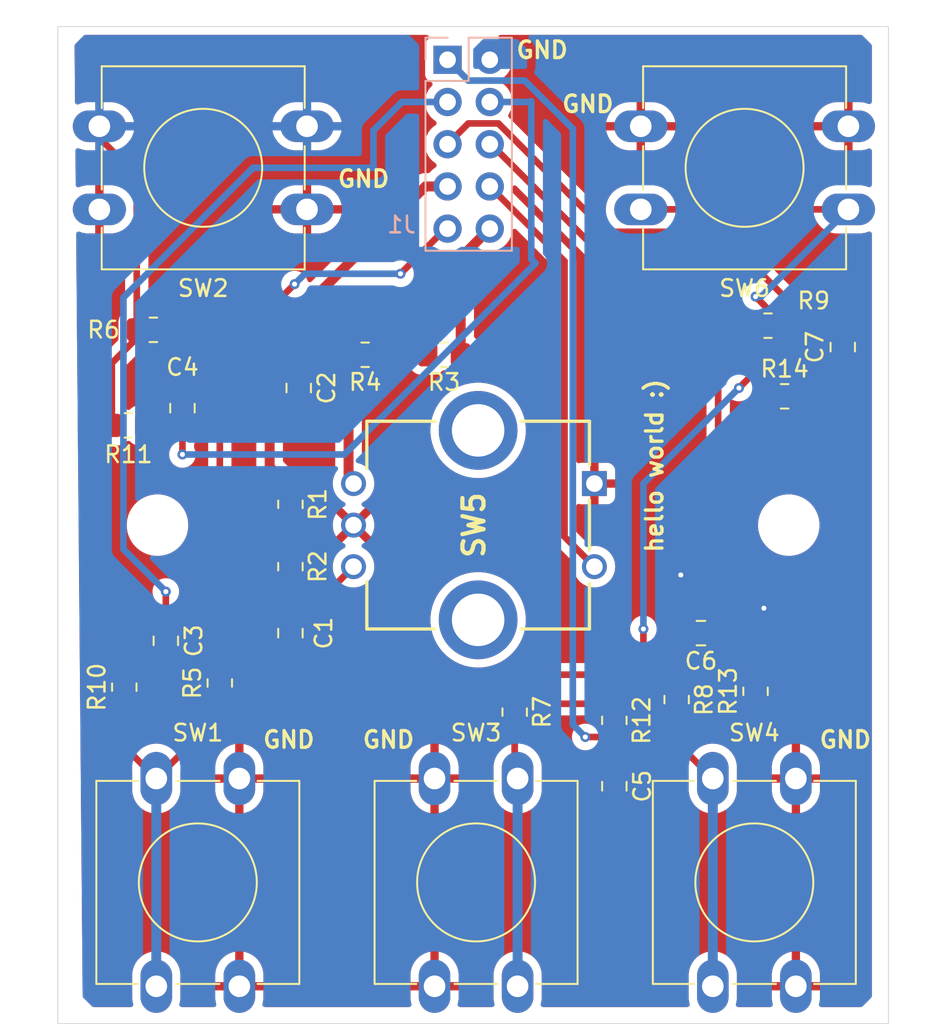
<source format=kicad_pcb>
(kicad_pcb (version 20241229) (generator "pcbnew") (generator_version "9.0")
  (title_block (comment 4 "AISLER Project ID: YIWGWVPE"))
  (layers (0 "F.Cu" signal) (2 "B.Cu" signal) (13 "F.Paste" user) (15 "B.Paste" user) (5 "F.SilkS" user "F.Silkscreen") (7 "B.SilkS" user "B.Silkscreen") (1 "F.Mask" user) (3 "B.Mask" user) (25 "Edge.Cuts" user))
  (net 0 "")
  (net 1 "Net-(J1-Pin_1)")
  (net 2 "Net-(J1-Pin_5)")
  (net 3 "Net-(J1-Pin_3)")
  (net 4 "Net-(J1-Pin_8)")
  (net 5 "Net-(J1-Pin_4)")
  (net 6 "Net-(J1-Pin_6)")
  (net 7 "Net-(J1-Pin_7)")
  (net 8 "Net-(J1-Pin_10)")
  (net 9 "Net-(J1-Pin_9)")
  (net 10 "Net-(R10-Pad1)")
  (net 11 "Net-(R11-Pad1)")
  (net 12 "Net-(R12-Pad1)")
  (net 13 "Net-(R13-Pad1)")
  (net 14 "Net-(SW5-CHANNEL_A)")
  (net 17 "Net-(SW5-CHANNEL_B)")
  (net 18 "Net-(R14-Pad1)")
  (net 19 "Net-(J1-Pin_2)")
  (net 20 "Net-(R1-Pad2)")
  (net 21 "Net-(R3-Pad2)")
  (footprint "Resistor_SMD:R_0805_2012Metric_Pad1.20x1.40mm_HandSolder" (layer "F.Cu") (at 66.5 75.5 -90)
    (property "Reference" "R2" (at 0 -1.65 90) (layer "F.SilkS"))
    (property "Value" "10K")
    (fp_line (start -0.227064 0.735) (end 0.227064 0.735) (stroke (width 0.12)) (layer "F.SilkS"))
    (fp_line (start -0.227064 -0.735) (end 0.227064 -0.735) (stroke (width 0.12)) (layer "F.SilkS"))
    (pad "1" smd roundrect (at -1 0 270) (size 1.2 1.4) (layers "F.Cu" "F.Mask" "F.Paste") (roundrect_rratio 0.208333) (net 20 "Net-(R1-Pad2)"))
    (pad "2" smd roundrect (at 1 0 270) (size 1.2 1.4) (layers "F.Cu" "F.Mask" "F.Paste") (roundrect_rratio 0.208333) (net 17 "Net-(SW5-CHANNEL_B)"))
  )
  (footprint "MountingHole:MountingHole_3.2mm_M3" (layer "F.Cu") (at 58.5 73)
    (property "Reference" "REF**" (hide yes))
    (property "Value" "MountingHole_3.2mm_M3")
    (pad "" np_thru_hole circle (at 0 0) (size 3.2 3.2) (drill 3.2) (layers "*.Cu" "*.Mask"))
  )
  (footprint "Capacitor_SMD:C_0805_2012Metric_Pad1.18x1.45mm_HandSolder" (layer "F.Cu") (at 59 79.9625 -90)
    (property "Reference" "C3" (at 0 -1.68 90) (layer "F.SilkS"))
    (property "Value" "1μF")
    (fp_line (start -0.261252 0.735) (end 0.261252 0.735) (stroke (width 0.12)) (layer "F.SilkS"))
    (fp_line (start -0.261252 -0.735) (end 0.261252 -0.735) (stroke (width 0.12)) (layer "F.SilkS"))
    (pad "1" smd roundrect (at -1.0375 0 270) (size 1.175 1.45) (layers "F.Cu" "F.Mask" "F.Paste") (roundrect_rratio 0.212766) (net 3 "Net-(J1-Pin_3)"))
    (pad "2" smd roundrect (at 1.0375 0 270) (size 1.175 1.45) (layers "F.Cu" "F.Mask" "F.Paste") (roundrect_rratio 0.212766) (net 19 "Net-(J1-Pin_2)"))
  )
  (footprint "Capacitor_SMD:C_0805_2012Metric_Pad1.18x1.45mm_HandSolder" (layer "F.Cu") (at 86 88.7125 -90)
    (property "Reference" "C5" (at 0 -1.68 90) (layer "F.SilkS"))
    (property "Value" "1μF")
    (fp_line (start -0.261252 0.735) (end 0.261252 0.735) (stroke (width 0.12)) (layer "F.SilkS"))
    (fp_line (start -0.261252 -0.735) (end 0.261252 -0.735) (stroke (width 0.12)) (layer "F.SilkS"))
    (pad "1" smd roundrect (at -1.0375 0 270) (size 1.175 1.45) (layers "F.Cu" "F.Mask" "F.Paste") (roundrect_rratio 0.212766) (net 1 "Net-(J1-Pin_1)"))
    (pad "2" smd roundrect (at 1.0375 0 270) (size 1.175 1.45) (layers "F.Cu" "F.Mask" "F.Paste") (roundrect_rratio 0.212766) (net 19 "Net-(J1-Pin_2)"))
  )
  (footprint "Resistor_SMD:R_0805_2012Metric_Pad1.20x1.40mm_HandSolder" (layer "F.Cu") (at 56.75 67)
    (property "Reference" "R11" (at 0 1.75 0) (layer "F.SilkS"))
    (property "Value" "10K")
    (fp_line (start -0.227064 -0.735) (end 0.227064 -0.735) (stroke (width 0.12)) (layer "F.SilkS"))
    (fp_line (start -0.227064 0.735) (end 0.227064 0.735) (stroke (width 0.12)) (layer "F.SilkS"))
    (pad "1" smd roundrect (at -1 0) (size 1.2 1.4) (layers "F.Cu" "F.Mask" "F.Paste") (roundrect_rratio 0.208333) (net 11 "Net-(R11-Pad1)"))
    (pad "2" smd roundrect (at 1 0) (size 1.2 1.4) (layers "F.Cu" "F.Mask" "F.Paste") (roundrect_rratio 0.208333) (net 5 "Net-(J1-Pin_4)"))
  )
  (footprint "SamacSys_Parts:SW_PUSH-12mm3D" (layer "F.Cu") (at 58.426751 100.75 90)
    (property "Reference" "SW1" (at 15.25 2.5 180) (layer "F.SilkS"))
    (property "Value" "SW_Push")
    (fp_line (start 12.36 -3.61) (end 12.36 -1.1) (stroke (width 0.12)) (layer "F.SilkS"))
    (fp_line (start 0.14 -3.61) (end 12.36 -3.61) (stroke (width 0.12)) (layer "F.SilkS"))
    (fp_line (start 0.14 -3.61) (end 0.14 -1.1) (stroke (width 0.12)) (layer "F.SilkS"))
    (fp_line (start 12.36 1.2) (end 12.36 3.8) (stroke (width 0.12)) (layer "F.SilkS"))
    (fp_line (start 0.14 1.2) (end 0.14 3.8) (stroke (width 0.12)) (layer "F.SilkS"))
    (fp_line (start 12.36 6.1) (end 12.36 8.61) (stroke (width 0.12)) (layer "F.SilkS"))
    (fp_line (start 0.14 6.1) (end 0.14 8.61) (stroke (width 0.12)) (layer "F.SilkS"))
    (fp_line (start 12.36 8.61) (end 0.14 8.61) (stroke (width 0.12)) (layer "F.SilkS"))
    (fp_circle (center 6.25 2.5) (end 9.8 2.5) (stroke (width 0.12)) (fill no) (layer "F.SilkS"))
    (pad "1" thru_hole oval (at 0 0 90) (size 3.2 1.9) (drill 1.3) (layers "*.Cu" "*.Mask") (net 10 "Net-(R10-Pad1)"))
    (pad "1" thru_hole oval (at 12.5 0 90) (size 3.2 1.9) (drill 1.3) (layers "*.Cu" "*.Mask") (net 10 "Net-(R10-Pad1)"))
    (pad "2" thru_hole oval (at 0 5 90) (size 3.2 1.9) (drill 1.3) (layers "*.Cu" "*.Mask") (net 19 "Net-(J1-Pin_2)"))
    (pad "2" thru_hole oval (at 12.5 5 90) (size 3.2 1.9) (drill 1.3) (layers "*.Cu" "*.Mask") (net 19 "Net-(J1-Pin_2)"))
  )
  (footprint "SamacSys_Parts:SW_PUSH-12mm3D" (layer "F.Cu") (at 55 49)
    (property "Reference" "SW2" (at 6.25 9.75 0) (layer "F.SilkS"))
    (property "Value" "SW_Push" (hide yes))
    (fp_line (start 0.14 -3.61) (end 0.14 -1.1) (stroke (width 0.12)) (layer "F.SilkS"))
    (fp_line (start 0.14 -3.61) (end 12.36 -3.61) (stroke (width 0.12)) (layer "F.SilkS"))
    (fp_line (start 0.14 1.2) (end 0.14 3.8) (stroke (width 0.12)) (layer "F.SilkS"))
    (fp_line (start 0.14 6.1) (end 0.14 8.61) (stroke (width 0.12)) (layer "F.SilkS"))
    (fp_line (start 12.36 -3.61) (end 12.36 -1.1) (stroke (width 0.12)) (layer "F.SilkS"))
    (fp_line (start 12.36 1.2) (end 12.36 3.8) (stroke (width 0.12)) (layer "F.SilkS"))
    (fp_line (start 12.36 6.1) (end 12.36 8.61) (stroke (width 0.12)) (layer "F.SilkS"))
    (fp_line (start 12.36 8.61) (end 0.14 8.61) (stroke (width 0.12)) (layer "F.SilkS"))
    (fp_circle (center 6.25 2.5) (end 9.8 2.5) (stroke (width 0.12)) (fill no) (layer "F.SilkS"))
    (pad "1" thru_hole oval (at 0 0) (size 3.2 1.9) (drill 1.3) (layers "*.Cu" "*.Mask") (net 11 "Net-(R11-Pad1)"))
    (pad "1" thru_hole oval (at 12.5 0) (size 3.2 1.9) (drill 1.3) (layers "*.Cu" "*.Mask") (net 11 "Net-(R11-Pad1)"))
    (pad "2" thru_hole oval (at 0 5) (size 3.2 1.9) (drill 1.3) (layers "*.Cu" "*.Mask") (net 19 "Net-(J1-Pin_2)"))
    (pad "2" thru_hole oval (at 12.5 5) (size 3.2 1.9) (drill 1.3) (layers "*.Cu" "*.Mask") (net 19 "Net-(J1-Pin_2)"))
  )
  (footprint "Resistor_SMD:R_0805_2012Metric_Pad1.20x1.40mm_HandSolder" (layer "F.Cu") (at 56.5 82.75 90)
    (property "Reference" "R10" (at 0 -1.65 90) (layer "F.SilkS"))
    (property "Value" "10K")
    (fp_line (start -0.227064 -0.735) (end 0.227064 -0.735) (stroke (width 0.12)) (layer "F.SilkS"))
    (fp_line (start -0.227064 0.735) (end 0.227064 0.735) (stroke (width 0.12)) (layer "F.SilkS"))
    (pad "1" smd roundrect (at -1 0 90) (size 1.2 1.4) (layers "F.Cu" "F.Mask" "F.Paste") (roundrect_rratio 0.208333) (net 10 "Net-(R10-Pad1)"))
    (pad "2" smd roundrect (at 1 0 90) (size 1.2 1.4) (layers "F.Cu" "F.Mask" "F.Paste") (roundrect_rratio 0.208333) (net 3 "Net-(J1-Pin_3)"))
  )
  (footprint "Resistor_SMD:R_0805_2012Metric_Pad1.20x1.40mm_HandSolder" (layer "F.Cu") (at 80 84.25 -90)
    (property "Reference" "R7" (at 0 -1.65 90) (layer "F.SilkS"))
    (property "Value" "1K")
    (fp_line (start -0.227064 0.735) (end 0.227064 0.735) (stroke (width 0.12)) (layer "F.SilkS"))
    (fp_line (start -0.227064 -0.735) (end 0.227064 -0.735) (stroke (width 0.12)) (layer "F.SilkS"))
    (pad "1" smd roundrect (at -1 0 270) (size 1.2 1.4) (layers "F.Cu" "F.Mask" "F.Paste") (roundrect_rratio 0.208333) (net 9 "Net-(J1-Pin_9)"))
    (pad "2" smd roundrect (at 1 0 270) (size 1.2 1.4) (layers "F.Cu" "F.Mask" "F.Paste") (roundrect_rratio 0.208333) (net 12 "Net-(R12-Pad1)"))
  )
  (footprint "Resistor_SMD:R_0805_2012Metric_Pad1.20x1.40mm_HandSolder" (layer "F.Cu") (at 86 84.75 -90)
    (property "Reference" "R12" (at 0 -1.65 90) (layer "F.SilkS"))
    (property "Value" "10K")
    (fp_line (start -0.227064 0.735) (end 0.227064 0.735) (stroke (width 0.12)) (layer "F.SilkS"))
    (fp_line (start -0.227064 -0.735) (end 0.227064 -0.735) (stroke (width 0.12)) (layer "F.SilkS"))
    (pad "1" smd roundrect (at -1 0 270) (size 1.2 1.4) (layers "F.Cu" "F.Mask" "F.Paste") (roundrect_rratio 0.208333) (net 12 "Net-(R12-Pad1)"))
    (pad "2" smd roundrect (at 1 0 270) (size 1.2 1.4) (layers "F.Cu" "F.Mask" "F.Paste") (roundrect_rratio 0.208333) (net 1 "Net-(J1-Pin_1)"))
  )
  (footprint "Resistor_SMD:R_0805_2012Metric_Pad1.20x1.40mm_HandSolder" (layer "F.Cu") (at 96.25 65.25)
    (property "Reference" "R14" (at 0 -1.65 0) (layer "F.SilkS"))
    (property "Value" "10K")
    (fp_line (start -0.227064 -0.735) (end 0.227064 -0.735) (stroke (width 0.12)) (layer "F.SilkS"))
    (fp_line (start -0.227064 0.735) (end 0.227064 0.735) (stroke (width 0.12)) (layer "F.SilkS"))
    (pad "1" smd roundrect (at -1 0) (size 1.2 1.4) (layers "F.Cu" "F.Mask" "F.Paste") (roundrect_rratio 0.208333) (net 18 "Net-(R14-Pad1)"))
    (pad "2" smd roundrect (at 1 0) (size 1.2 1.4) (layers "F.Cu" "F.Mask" "F.Paste") (roundrect_rratio 0.208333) (net 2 "Net-(J1-Pin_5)"))
  )
  (footprint "SamacSys_Parts:PEC11R4215FS0024" (layer "F.Cu") (at 84.799846 70.5 -90)
    (property "Reference" "SW5" (at 2.5 7.25 270) (layer "F.SilkS") (effects (font (size 1.27 1.27) (thickness 0.254))))
    (property "Value" "RotaryEncoder_Switch_MP" (hide yes))
    (fp_line (start -3.75 13.7) (end -0.9 13.7) (stroke (width 0.2)) (layer "F.SilkS"))
    (fp_line (start 5.9 13.7) (end 8.75 13.7) (stroke (width 0.2)) (layer "F.SilkS"))
    (fp_line (start 8.75 13.7) (end 8.75 9.6) (stroke (width 0.2)) (layer "F.SilkS"))
    (fp_line (start -3.75 9.6) (end -3.75 13.7) (stroke (width 0.2)) (layer "F.SilkS"))
    (fp_line (start 8.75 4.4) (end 8.75 0.3) (stroke (width 0.2)) (layer "F.SilkS"))
    (fp_line (start -3.75 0.3) (end -3.75 4.4) (stroke (width 0.2)) (layer "F.SilkS"))
    (fp_line (start -1.1 0.3) (end -3.75 0.3) (stroke (width 0.2)) (layer "F.SilkS"))
    (fp_line (start 4 0.3) (end 1 0.3) (stroke (width 0.2)) (layer "F.SilkS"))
    (fp_line (start 8.75 0.3) (end 6 0.3) (stroke (width 0.2)) (layer "F.SilkS"))
    (pad "1" thru_hole rect (at 0 0 270) (size 1.5 1.5) (drill 1) (layers "*.Cu" "*.Mask") (net 19 "Net-(J1-Pin_2)"))
    (pad "2" thru_hole circle (at 5 0 270) (size 1.5 1.5) (drill 1) (layers "*.Cu" "*.Mask") (net 4 "Net-(J1-Pin_8)"))
    (pad "A1" thru_hole circle (at 0 14.5 270) (size 1.5 1.5) (drill 1) (layers "*.Cu" "*.Mask") (net 14 "Net-(SW5-CHANNEL_A)"))
    (pad "B1" thru_hole circle (at 5 14.5 270) (size 1.5 1.5) (drill 1) (layers "*.Cu" "*.Mask") (net 17 "Net-(SW5-CHANNEL_B)"))
    (pad "C1" thru_hole circle (at 2.5 14.5 270) (size 1.5 1.5) (drill 1) (layers "*.Cu" "*.Mask") (net 19 "Net-(J1-Pin_2)"))
    (pad "MH1" thru_hole circle (at -3.2 7 270) (size 4.74 4.74) (drill 3.16) (layers "*.Cu" "*.Mask"))
    (pad "MH2" thru_hole circle (at 8.2 7 270) (size 4.74 4.74) (drill 3.16) (layers "*.Cu" "*.Mask"))
  )
  (footprint "SamacSys_Parts:SW_PUSH-12mm3D" (layer "F.Cu") (at 91.926751 100.75 90)
    (property "Reference" "SW4" (at 15.25 2.5 180) (layer "F.SilkS"))
    (property "Value" "SW_Push")
    (fp_line (start 12.36 -3.61) (end 12.36 -1.1) (stroke (width 0.12)) (layer "F.SilkS"))
    (fp_line (start 0.14 -3.61) (end 12.36 -3.61) (stroke (width 0.12)) (layer "F.SilkS"))
    (fp_line (start 0.14 -3.61) (end 0.14 -1.1) (stroke (width 0.12)) (layer "F.SilkS"))
    (fp_line (start 12.36 1.2) (end 12.36 3.8) (stroke (width 0.12)) (layer "F.SilkS"))
    (fp_line (start 0.14 1.2) (end 0.14 3.8) (stroke (width 0.12)) (layer "F.SilkS"))
    (fp_line (start 12.36 6.1) (end 12.36 8.61) (stroke (width 0.12)) (layer "F.SilkS"))
    (fp_line (start 0.14 6.1) (end 0.14 8.61) (stroke (width 0.12)) (layer "F.SilkS"))
    (fp_line (start 12.36 8.61) (end 0.14 8.61) (stroke (width 0.12)) (layer "F.SilkS"))
    (fp_circle (center 6.25 2.5) (end 9.8 2.5) (stroke (width 0.12)) (fill no) (layer "F.SilkS"))
    (pad "1" thru_hole oval (at 0 0 90) (size 3.2 1.9) (drill 1.3) (layers "*.Cu" "*.Mask") (net 13 "Net-(R13-Pad1)"))
    (pad "1" thru_hole oval (at 12.5 0 90) (size 3.2 1.9) (drill 1.3) (layers "*.Cu" "*.Mask") (net 13 "Net-(R13-Pad1)"))
    (pad "2" thru_hole oval (at 0 5 90) (size 3.2 1.9) (drill 1.3) (layers "*.Cu" "*.Mask") (net 19 "Net-(J1-Pin_2)"))
    (pad "2" thru_hole oval (at 12.5 5 90) (size 3.2 1.9) (drill 1.3) (layers "*.Cu" "*.Mask") (net 19 "Net-(J1-Pin_2)"))
  )
  (footprint "Capacitor_SMD:C_0805_2012Metric_Pad1.18x1.45mm_HandSolder" (layer "F.Cu") (at 99.75 62.2875 90)
    (property "Reference" "C7" (at 0 -1.68 90) (layer "F.SilkS"))
    (property "Value" "1μF")
    (fp_line (start -0.261252 -0.735) (end 0.261252 -0.735) (stroke (width 0.12)) (layer "F.SilkS"))
    (fp_line (start -0.261252 0.735) (end 0.261252 0.735) (stroke (width 0.12)) (layer "F.SilkS"))
    (pad "1" smd roundrect (at -1.0375 0 90) (size 1.175 1.45) (layers "F.Cu" "F.Mask" "F.Paste") (roundrect_rratio 0.212766) (net 2 "Net-(J1-Pin_5)"))
    (pad "2" smd roundrect (at 1.0375 0 90) (size 1.175 1.45) (layers "F.Cu" "F.Mask" "F.Paste") (roundrect_rratio 0.212766) (net 19 "Net-(J1-Pin_2)"))
  )
  (footprint "Capacitor_SMD:C_0805_2012Metric_Pad1.18x1.45mm_HandSolder" (layer "F.Cu") (at 60 65.9625 90)
    (property "Reference" "C4" (at 2.4625 0 180) (layer "F.SilkS"))
    (property "Value" "1μF")
    (fp_line (start -0.261252 -0.735) (end 0.261252 -0.735) (stroke (width 0.12)) (layer "F.SilkS"))
    (fp_line (start -0.261252 0.735) (end 0.261252 0.735) (stroke (width 0.12)) (layer "F.SilkS"))
    (pad "1" smd roundrect (at -1.0375 0 90) (size 1.175 1.45) (layers "F.Cu" "F.Mask" "F.Paste") (roundrect_rratio 0.212766) (net 5 "Net-(J1-Pin_4)"))
    (pad "2" smd roundrect (at 1.0375 0 90) (size 1.175 1.45) (layers "F.Cu" "F.Mask" "F.Paste") (roundrect_rratio 0.212766) (net 19 "Net-(J1-Pin_2)"))
  )
  (footprint "Resistor_SMD:R_0805_2012Metric_Pad1.20x1.40mm_HandSolder" (layer "F.Cu") (at 75.75 62.75 180)
    (property "Reference" "R3" (at 0 -1.65 0) (layer "F.SilkS"))
    (property "Value" "10K")
    (fp_line (start -0.227064 0.735) (end 0.227064 0.735) (stroke (width 0.12)) (layer "F.SilkS"))
    (fp_line (start -0.227064 -0.735) (end 0.227064 -0.735) (stroke (width 0.12)) (layer "F.SilkS"))
    (pad "1" smd roundrect (at -1 0 180) (size 1.2 1.4) (layers "F.Cu" "F.Mask" "F.Paste") (roundrect_rratio 0.208333) (net 8 "Net-(J1-Pin_10)"))
    (pad "2" smd roundrect (at 1 0 180) (size 1.2 1.4) (layers "F.Cu" "F.Mask" "F.Paste") (roundrect_rratio 0.208333) (net 21 "Net-(R3-Pad2)"))
  )
  (footprint "Resistor_SMD:R_0805_2012Metric_Pad1.20x1.40mm_HandSolder" (layer "F.Cu") (at 62.25 82.5 90)
    (property "Reference" "R5" (at 0 -1.65 90) (layer "F.SilkS"))
    (property "Value" "1K")
    (fp_line (start -0.227064 -0.735) (end 0.227064 -0.735) (stroke (width 0.12)) (layer "F.SilkS"))
    (fp_line (start -0.227064 0.735) (end 0.227064 0.735) (stroke (width 0.12)) (layer "F.SilkS"))
    (pad "1" smd roundrect (at -1 0 90) (size 1.2 1.4) (layers "F.Cu" "F.Mask" "F.Paste") (roundrect_rratio 0.208333) (net 10 "Net-(R10-Pad1)"))
    (pad "2" smd roundrect (at 1 0 90) (size 1.2 1.4) (layers "F.Cu" "F.Mask" "F.Paste") (roundrect_rratio 0.208333) (net 9 "Net-(J1-Pin_9)"))
  )
  (footprint "SamacSys_Parts:SW_PUSH-12mm3D" (layer "F.Cu") (at 80.176751 88.25 -90)
    (property "Reference" "SW3" (at -2.75 2.5 0) (layer "F.SilkS"))
    (property "Value" "SW_Push")
    (fp_line (start 12.36 8.61) (end 0.14 8.61) (stroke (width 0.12)) (layer "F.SilkS"))
    (fp_line (start 0.14 6.1) (end 0.14 8.61) (stroke (width 0.12)) (layer "F.SilkS"))
    (fp_line (start 12.36 6.1) (end 12.36 8.61) (stroke (width 0.12)) (layer "F.SilkS"))
    (fp_line (start 0.14 1.2) (end 0.14 3.8) (stroke (width 0.12)) (layer "F.SilkS"))
    (fp_line (start 12.36 1.2) (end 12.36 3.8) (stroke (width 0.12)) (layer "F.SilkS"))
    (fp_line (start 0.14 -3.61) (end 0.14 -1.1) (stroke (width 0.12)) (layer "F.SilkS"))
    (fp_line (start 0.14 -3.61) (end 12.36 -3.61) (stroke (width 0.12)) (layer "F.SilkS"))
    (fp_line (start 12.36 -3.61) (end 12.36 -1.1) (stroke (width 0.12)) (layer "F.SilkS"))
    (fp_circle (center 6.25 2.5) (end 9.8 2.5) (stroke (width 0.12)) (fill no) (layer "F.SilkS"))
    (pad "1" thru_hole oval (at 0 0 270) (size 3.2 1.9) (drill 1.3) (layers "*.Cu" "*.Mask") (net 12 "Net-(R12-Pad1)"))
    (pad "1" thru_hole oval (at 12.5 0 270) (size 3.2 1.9) (drill 1.3) (layers "*.Cu" "*.Mask") (net 12 "Net-(R12-Pad1)"))
    (pad "2" thru_hole oval (at 0 5 270) (size 3.2 1.9) (drill 1.3) (layers "*.Cu" "*.Mask") (net 19 "Net-(J1-Pin_2)"))
    (pad "2" thru_hole oval (at 12.5 5 270) (size 3.2 1.9) (drill 1.3) (layers "*.Cu" "*.Mask") (net 19 "Net-(J1-Pin_2)"))
  )
  (footprint "SamacSys_Parts:SW_PUSH-12mm3D" (layer "F.Cu") (at 87.590441 49)
    (property "Reference" "SW6" (at 6.25 9.75 0) (layer "F.SilkS"))
    (property "Value" "SW_Push" (hide yes))
    (fp_line (start 0.14 -3.61) (end 0.14 -1.1) (stroke (width 0.12)) (layer "F.SilkS"))
    (fp_line (start 0.14 -3.61) (end 12.36 -3.61) (stroke (width 0.12)) (layer "F.SilkS"))
    (fp_line (start 0.14 1.2) (end 0.14 3.8) (stroke (width 0.12)) (layer "F.SilkS"))
    (fp_line (start 0.14 6.1) (end 0.14 8.61) (stroke (width 0.12)) (layer "F.SilkS"))
    (fp_line (start 12.36 -3.61) (end 12.36 -1.1) (stroke (width 0.12)) (layer "F.SilkS"))
    (fp_line (start 12.36 1.2) (end 12.36 3.8) (stroke (width 0.12)) (layer "F.SilkS"))
    (fp_line (start 12.36 6.1) (end 12.36 8.61) (stroke (width 0.12)) (layer "F.SilkS"))
    (fp_line (start 12.36 8.61) (end 0.14 8.61) (stroke (width 0.12)) (layer "F.SilkS"))
    (fp_circle (center 6.25 2.5) (end 9.8 2.5) (stroke (width 0.12)) (fill no) (layer "F.SilkS"))
    (pad "1" thru_hole oval (at 0 0) (size 3.2 1.9) (drill 1.3) (layers "*.Cu" "*.Mask") (net 19 "Net-(J1-Pin_2)"))
    (pad "1" thru_hole oval (at 12.5 0) (size 3.2 1.9) (drill 1.3) (layers "*.Cu" "*.Mask") (net 19 "Net-(J1-Pin_2)"))
    (pad "2" thru_hole oval (at 0 5) (size 3.2 1.9) (drill 1.3) (layers "*.Cu" "*.Mask") (net 18 "Net-(R14-Pad1)"))
    (pad "2" thru_hole oval (at 12.5 5) (size 3.2 1.9) (drill 1.3) (layers "*.Cu" "*.Mask") (net 18 "Net-(R14-Pad1)"))
  )
  (footprint "Resistor_SMD:R_0805_2012Metric_Pad1.20x1.40mm_HandSolder" (layer "F.Cu") (at 71 62.75 180)
    (property "Reference" "R4" (at 0 -1.65 0) (layer "F.SilkS"))
    (property "Value" "10K")
    (fp_line (start -0.227064 0.735) (end 0.227064 0.735) (stroke (width 0.12)) (layer "F.SilkS"))
    (fp_line (start -0.227064 -0.735) (end 0.227064 -0.735) (stroke (width 0.12)) (layer "F.SilkS"))
    (pad "1" smd roundrect (at -1 0 180) (size 1.2 1.4) (layers "F.Cu" "F.Mask" "F.Paste") (roundrect_rratio 0.208333) (net 21 "Net-(R3-Pad2)"))
    (pad "2" smd roundrect (at 1 0 180) (size 1.2 1.4) (layers "F.Cu" "F.Mask" "F.Paste") (roundrect_rratio 0.208333) (net 14 "Net-(SW5-CHANNEL_A)"))
  )
  (footprint "Resistor_SMD:R_0805_2012Metric_Pad1.20x1.40mm_HandSolder" (layer "F.Cu") (at 66.5 71.75 -90)
    (property "Reference" "R1" (at 0 -1.65 90) (layer "F.SilkS"))
    (property "Value" "10K")
    (fp_line (start -0.227064 0.735) (end 0.227064 0.735) (stroke (width 0.12)) (layer "F.SilkS"))
    (fp_line (start -0.227064 -0.735) (end 0.227064 -0.735) (stroke (width 0.12)) (layer "F.SilkS"))
    (pad "1" smd roundrect (at -1 0 270) (size 1.2 1.4) (layers "F.Cu" "F.Mask" "F.Paste") (roundrect_rratio 0.208333) (net 7 "Net-(J1-Pin_7)"))
    (pad "2" smd roundrect (at 1 0 270) (size 1.2 1.4) (layers "F.Cu" "F.Mask" "F.Paste") (roundrect_rratio 0.208333) (net 20 "Net-(R1-Pad2)"))
  )
  (footprint "MountingHole:MountingHole_3.2mm_M3" (layer "F.Cu") (at 96.5 73)
    (property "Reference" "REF**" (hide yes))
    (property "Value" "MountingHole_3.2mm_M3")
    (pad "" np_thru_hole circle (at 0 0) (size 3.2 3.2) (drill 3.2) (layers "*.Cu" "*.Mask"))
  )
  (footprint "Resistor_SMD:R_0805_2012Metric_Pad1.20x1.40mm_HandSolder" (layer "F.Cu") (at 89.75 83.5 -90)
    (property "Reference" "R8" (at 0 -1.65 90) (layer "F.SilkS"))
    (property "Value" "1K")
    (fp_line (start -0.227064 0.735) (end 0.227064 0.735) (stroke (width 0.12)) (layer "F.SilkS"))
    (fp_line (start -0.227064 -0.735) (end 0.227064 -0.735) (stroke (width 0.12)) (layer "F.SilkS"))
    (pad "1" smd roundrect (at -1 0 270) (size 1.2 1.4) (layers "F.Cu" "F.Mask" "F.Paste") (roundrect_rratio 0.208333) (net 9 "Net-(J1-Pin_9)"))
    (pad "2" smd roundrect (at 1 0 270) (size 1.2 1.4) (layers "F.Cu" "F.Mask" "F.Paste") (roundrect_rratio 0.208333) (net 13 "Net-(R13-Pad1)"))
  )
  (footprint "Resistor_SMD:R_0805_2012Metric_Pad1.20x1.40mm_HandSolder" (layer "F.Cu") (at 95.25 61)
    (property "Reference" "R9" (at 2.75 -1.5 0) (layer "F.SilkS"))
    (property "Value" "1K")
    (fp_line (start -0.227064 -0.735) (end 0.227064 -0.735) (stroke (width 0.12)) (layer "F.SilkS"))
    (fp_line (start -0.227064 0.735) (end 0.227064 0.735) (stroke (width 0.12)) (layer "F.SilkS"))
    (pad "1" smd roundrect (at -1 0) (size 1.2 1.4) (layers "F.Cu" "F.Mask" "F.Paste") (roundrect_rratio 0.208333) (net 9 "Net-(J1-Pin_9)"))
    (pad "2" smd roundrect (at 1 0) (size 1.2 1.4) (layers "F.Cu" "F.Mask" "F.Paste") (roundrect_rratio 0.208333) (net 18 "Net-(R14-Pad1)"))
  )
  (footprint "Capacitor_SMD:C_0805_2012Metric_Pad1.18x1.45mm_HandSolder" (layer "F.Cu") (at 91.2125 79.5 180)
    (property "Reference" "C6" (at 0 -1.68 0) (layer "F.SilkS"))
    (property "Value" "1μF")
    (fp_line (start -0.261252 0.735) (end 0.261252 0.735) (stroke (width 0.12)) (layer "F.SilkS"))
    (fp_line (start -0.261252 -0.735) (end 0.261252 -0.735) (stroke (width 0.12)) (layer "F.SilkS"))
    (pad "1" smd roundrect (at -1.0375 0 180) (size 1.175 1.45) (layers "F.Cu" "F.Mask" "F.Paste") (roundrect_rratio 0.212766) (net 6 "Net-(J1-Pin_6)"))
    (pad "2" smd roundrect (at 1.0375 0 180) (size 1.175 1.45) (layers "F.Cu" "F.Mask" "F.Paste") (roundrect_rratio 0.212766) (net 19 "Net-(J1-Pin_2)"))
  )
  (footprint "Capacitor_SMD:C_0805_2012Metric_Pad1.18x1.45mm_HandSolder" (layer "F.Cu") (at 66.5 79.5 90)
    (property "Reference" "C1" (at 0 2 90) (layer "F.SilkS"))
    (property "Value" "0.01μF")
    (fp_line (start -0.261252 -0.735) (end 0.261252 -0.735) (stroke (width 0.12)) (layer "F.SilkS"))
    (fp_line (start -0.261252 0.735) (end 0.261252 0.735) (stroke (width 0.12)) (layer "F.SilkS"))
    (pad "1" smd roundrect (at -1.0375 0 90) (size 1.175 1.45) (layers "F.Cu" "F.Mask" "F.Paste") (roundrect_rratio 0.212766) (net 19 "Net-(J1-Pin_2)"))
    (pad "2" smd roundrect (at 1.0375 0 90) (size 1.175 1.45) (layers "F.Cu" "F.Mask" "F.Paste") (roundrect_rratio 0.212766) (net 17 "Net-(SW5-CHANNEL_B)"))
  )
  (footprint "Capacitor_SMD:C_0805_2012Metric_Pad1.18x1.45mm_HandSolder" (layer "F.Cu") (at 67 64.75 -90)
    (property "Reference" "C2" (at 0 -1.68 90) (layer "F.SilkS"))
    (property "Value" "0.01μF")
    (fp_line (start -0.261252 0.735) (end 0.261252 0.735) (stroke (width 0.12)) (layer "F.SilkS"))
    (fp_line (start -0.261252 -0.735) (end 0.261252 -0.735) (stroke (width 0.12)) (layer "F.SilkS"))
    (pad "1" smd roundrect (at -1.0375 0 270) (size 1.175 1.45) (layers "F.Cu" "F.Mask" "F.Paste") (roundrect_rratio 0.212766) (net 14 "Net-(SW5-CHANNEL_A)"))
    (pad "2" smd roundrect (at 1.0375 0 270) (size 1.175 1.45) (layers "F.Cu" "F.Mask" "F.Paste") (roundrect_rratio 0.212766) (net 19 "Net-(J1-Pin_2)"))
  )
  (footprint "Resistor_SMD:R_0805_2012Metric_Pad1.20x1.40mm_HandSolder" (layer "F.Cu") (at 94.5 83 90)
    (property "Reference" "R13" (at 0 -1.65 90) (layer "F.SilkS"))
    (property "Value" "10K")
    (fp_line (start -0.227064 -0.735) (end 0.227064 -0.735) (stroke (width 0.12)) (layer "F.SilkS"))
    (fp_line (start -0.227064 0.735) (end 0.227064 0.735) (stroke (width 0.12)) (layer "F.SilkS"))
    (pad "1" smd roundrect (at -1 0 90) (size 1.2 1.4) (layers "F.Cu" "F.Mask" "F.Paste") (roundrect_rratio 0.208333) (net 13 "Net-(R13-Pad1)"))
    (pad "2" smd roundrect (at 1 0 90) (size 1.2 1.4) (layers "F.Cu" "F.Mask" "F.Paste") (roundrect_rratio 0.208333) (net 6 "Net-(J1-Pin_6)"))
  )
  (footprint "Resistor_SMD:R_0805_2012Metric_Pad1.20x1.40mm_HandSolder" (layer "F.Cu") (at 58.25 61.25 180)
    (property "Reference" "R6" (at 3 0 0) (layer "F.SilkS"))
    (property "Value" "1K")
    (fp_line (start -0.227064 0.735) (end 0.227064 0.735) (stroke (width 0.12)) (layer "F.SilkS"))
    (fp_line (start -0.227064 -0.735) (end 0.227064 -0.735) (stroke (width 0.12)) (layer "F.SilkS"))
    (pad "1" smd roundrect (at -1 0 180) (size 1.2 1.4) (layers "F.Cu" "F.Mask" "F.Paste") (roundrect_rratio 0.208333) (net 9 "Net-(J1-Pin_9)"))
    (pad "2" smd roundrect (at 1 0 180) (size 1.2 1.4) (layers "F.Cu" "F.Mask" "F.Paste") (roundrect_rratio 0.208333) (net 11 "Net-(R11-Pad1)"))
  )
  (footprint "Connector_PinHeader_2.54mm:PinHeader_2x05_P2.54mm_Vertical" (layer "B.Cu") (at 78.96 45 180)
    (property "Reference" "J1" (at 5.775 -9.925 0) (layer "B.SilkS") (effects (justify mirror)))
    (property "Value" "HeaderPins")
    (fp_line (start 4.33 1.33) (end 3 1.33) (stroke (width 0.12)) (layer "B.SilkS"))
    (fp_line (start 4.33 0) (end 4.33 1.33) (stroke (width 0.12)) (layer "B.SilkS"))
    (fp_line (start 4.33 -1.27) (end 4.33 -11.49) (stroke (width 0.12)) (layer "B.SilkS"))
    (fp_line (start 4.33 -1.27) (end 1.73 -1.27) (stroke (width 0.12)) (layer "B.SilkS"))
    (fp_line (start 4.33 -11.49) (end -0.87 -11.49) (stroke (width 0.12)) (layer "B.SilkS"))
    (fp_line (start 1.73 1.33) (end -0.87 1.33) (stroke (width 0.12)) (layer "B.SilkS"))
    (fp_line (start 1.73 -1.27) (end 1.73 1.33) (stroke (width 0.12)) (layer "B.SilkS"))
    (fp_line (start -0.87 1.33) (end -0.87 -11.49) (stroke (width 0.12)) (layer "B.SilkS"))
    (pad "1" thru_hole rect (at 3 0 180) (size 1.7 1.7) (drill 1) (layers "*.Cu" "*.Mask") (net 1 "Net-(J1-Pin_1)"))
    (pad "2" thru_hole oval (at 0.46 0 180) (size 1.7 1.7) (drill 1) (layers "*.Cu" "*.Mask") (net 19 "Net-(J1-Pin_2)"))
    (pad "3" thru_hole oval (at 3 -2.54 180) (size 1.7 1.7) (drill 1) (layers "*.Cu" "*.Mask") (net 3 "Net-(J1-Pin_3)"))
    (pad "4" thru_hole oval (at 0.46 -2.54 180) (size 1.7 1.7) (drill 1) (layers "*.Cu" "*.Mask") (net 5 "Net-(J1-Pin_4)"))
    (pad "5" thru_hole oval (at 3 -5.08 180) (size 1.7 1.7) (drill 1) (layers "*.Cu" "*.Mask") (net 2 "Net-(J1-Pin_5)"))
    (pad "6" thru_hole oval (at 0.46 -5.08 180) (size 1.7 1.7) (drill 1) (layers "*.Cu" "*.Mask") (net 6 "Net-(J1-Pin_6)"))
    (pad "7" thru_hole oval (at 3 -7.62 180) (size 1.7 1.7) (drill 1) (layers "*.Cu" "*.Mask") (net 7 "Net-(J1-Pin_7)"))
    (pad "8" thru_hole oval (at 0.46 -7.62 180) (size 1.7 1.7) (drill 1) (layers "*.Cu" "*.Mask") (net 4 "Net-(J1-Pin_8)"))
    (pad "9" thru_hole oval (at 3 -10.16 180) (size 1.7 1.7) (drill 1) (layers "*.Cu" "*.Mask") (net 9 "Net-(J1-Pin_9)"))
    (pad "10" thru_hole oval (at 0.46 -10.16 180) (size 1.7 1.7) (drill 1) (layers "*.Cu" "*.Mask") (net 8 "Net-(J1-Pin_10)"))
  )
  (gr_rect (start 52.5 43) (end 102.5 103) (stroke (width 0.05)) (fill no) (layer "Edge.Cuts"))
  (gr_text "GND" (at 98.25 86.5 0) (layer "F.SilkS") (effects (font (size 1 1) (thickness 0.2) (bold yes)) (justify left bottom)))
  (gr_text "GND" (at 70.75 86.5 0) (layer "F.SilkS") (effects (font (size 1 1) (thickness 0.2) (bold yes)) (justify left bottom)))
  (gr_text "GND" (at 82.75 48.25 0) (layer "F.SilkS") (effects (font (size 1 1) (thickness 0.2) (bold yes)) (justify left bottom)))
  (gr_text "hello world :)" (at 89 74.75 90) (layer "F.SilkS") (effects (font (size 1 1) (thickness 0.2) (bold yes)) (justify left bottom)))
  (gr_text "GND" (at 80 45 0) (layer "F.SilkS") (effects (font (size 1 1) (thickness 0.2) (bold yes)) (justify left bottom)))
  (gr_text "GND" (at 64.75 86.5 0) (layer "F.SilkS") (effects (font (size 1 1) (thickness 0.2) (bold yes)) (justify left bottom)))
  (gr_text "GND" (at 69.25 52.75 0) (layer "F.SilkS") (effects (font (size 1 1) (thickness 0.2) (bold yes)) (justify left bottom)))
  (segment (start 86 85.75) (end 84.25 85.75) (width 0.4) (layer "F.Cu") (net 1))
  (segment (start 86 85.75) (end 86 87.675) (width 0.4) (layer "F.Cu") (net 1))
  (via (at 84.25 85.75) (size 0.6) (drill 0.3) (layers "F.Cu" "B.Cu") (net 1))
  (segment (start 77.211 46.251) (end 75.96 45) (width 0.4) (layer "B.Cu") (net 1))
  (segment (start 80.600942 46.251) (end 77.211 46.251) (width 0.4) (layer "B.Cu") (net 1))
  (segment (start 83.5 49.150058) (end 80.600942 46.251) (width 0.4) (layer "B.Cu") (net 1))
  (segment (start 84.25 85.75) (end 83.5 85) (width 0.4) (layer "B.Cu") (net 1))
  (segment (start 83.5 85) (end 83.5 49.150058) (width 0.4) (layer "B.Cu") (net 1))
  (segment (start 97.25 65.25) (end 97.825 65.25) (width 0.4) (layer "F.Cu") (net 2))
  (segment (start 99.75 63.325) (end 97.251 60.826) (width 0.4) (layer "F.Cu") (net 2))
  (segment (start 79.018182 48.829) (end 77.211 48.829) (width 0.4) (layer "F.Cu") (net 2))
  (segment (start 92.32858 55.351) (end 85.540182 55.351) (width 0.4) (layer "F.Cu") (net 2))
  (segment (start 77.211 48.829) (end 75.96 50.08) (width 0.4) (layer "F.Cu") (net 2))
  (segment (start 97.251 60.826) (end 97.251 60.27342) (width 0.4) (layer "F.Cu") (net 2))
  (segment (start 97.251 60.27342) (end 92.32858 55.351) (width 0.4) (layer "F.Cu") (net 2))
  (segment (start 97.825 65.25) (end 99.75 63.325) (width 0.4) (layer "F.Cu") (net 2))
  (segment (start 85.540182 55.351) (end 79.018182 48.829) (width 0.4) (layer "F.Cu") (net 2))
  (segment (start 56.5 81.75) (end 56.5 81.425) (width 0.4) (layer "F.Cu") (net 3))
  (segment (start 59 78.925) (end 59 77) (width 0.4) (layer "F.Cu") (net 3))
  (segment (start 56.5 81.425) (end 59 78.925) (width 0.4) (layer "F.Cu") (net 3))
  (via (at 59 77) (size 0.6) (drill 0.3) (layers "F.Cu" "B.Cu") (net 3))
  (segment (start 73.21 47.54) (end 75.96 47.54) (width 0.4) (layer "B.Cu") (net 3))
  (segment (start 71.5 51.5) (end 71.5 49.25) (width 0.4) (layer "B.Cu") (net 3))
  (segment (start 56.449 74.449) (end 56.449 59.301) (width 0.4) (layer "B.Cu") (net 3))
  (segment (start 71.5 49.25) (end 73.21 47.54) (width 0.4) (layer "B.Cu") (net 3))
  (segment (start 59 77) (end 56.449 74.449) (width 0.4) (layer "B.Cu") (net 3))
  (segment (start 56.449 59.301) (end 64.25 51.5) (width 0.4) (layer "B.Cu") (net 3))
  (segment (start 64.25 51.5) (end 71.5 51.5) (width 0.4) (layer "B.Cu") (net 3))
  (segment (start 83 73.700154) (end 83 57.12) (width 0.4) (layer "F.Cu") (net 4))
  (segment (start 83 57.12) (end 78.5 52.62) (width 0.4) (layer "F.Cu") (net 4))
  (segment (start 84.799846 75.5) (end 83 73.700154) (width 0.4) (layer "F.Cu") (net 4))
  (segment (start 60 67) (end 60 68.75) (width 0.4) (layer "F.Cu") (net 5))
  (segment (start 57.75 67) (end 60 67) (width 0.4) (layer "F.Cu") (net 5))
  (via (at 60 68.75) (size 0.6) (drill 0.3) (layers "F.Cu" "B.Cu") (net 5))
  (segment (start 81 47.5) (end 80.96 47.54) (width 0.4) (layer "B.Cu") (net 5))
  (segment (start 80.96 47.54) (end 78.5 47.54) (width 0.4) (layer "B.Cu") (net 5))
  (segment (start 60 68.75) (end 69.75 68.75) (width 0.4) (layer "B.Cu") (net 5))
  (segment (start 81 57) (end 81 47.5) (width 0.4) (layer "B.Cu") (net 5))
  (segment (start 81.25 57.25) (end 81 57) (width 0.4) (layer "B.Cu") (net 5))
  (segment (start 69.75 68.75) (end 81.25 57.25) (width 0.4) (layer "B.Cu") (net 5))
  (segment (start 94.5 82) (end 94.5 81.75) (width 0.4) (layer "F.Cu") (net 6))
  (segment (start 92.25 63.75) (end 78.58 50.08) (width 0.4) (layer "F.Cu") (net 6))
  (segment (start 94.5 81.75) (end 92.25 79.5) (width 0.4) (layer "F.Cu") (net 6))
  (segment (start 92.25 79.5) (end 92.25 63.75) (width 0.4) (layer "F.Cu") (net 6))
  (segment (start 66.5 70.75) (end 65.25 69.5) (width 0.6) (layer "F.Cu") (net 7))
  (segment (start 74.63 52.62) (end 75.96 52.62) (width 0.6) (layer "F.Cu") (net 7))
  (segment (start 65.25 69.5) (end 65.25 62) (width 0.6) (layer "F.Cu") (net 7))
  (segment (start 65.25 62) (end 74.63 52.62) (width 0.6) (layer "F.Cu") (net 7))
  (segment (start 78.5 55.16) (end 76.75 56.91) (width 0.6) (layer "F.Cu") (net 8))
  (segment (start 76.75 56.91) (end 76.75 62.75) (width 0.6) (layer "F.Cu") (net 8))
  (segment (start 62.25 63) (end 62.25 81.5) (width 0.4) (layer "F.Cu") (net 9))
  (segment (start 64 83.25) (end 62.25 81.5) (width 0.4) (layer "F.Cu") (net 9))
  (segment (start 80 83.25) (end 81.25 82) (width 0.4) (layer "F.Cu") (net 9))
  (segment (start 66.75 58.5) (end 64 61.25) (width 0.4) (layer "F.Cu") (net 9))
  (segment (start 87.75 82) (end 89.25 82) (width 0.4) (layer "F.Cu") (net 9))
  (segment (start 94.25 64) (end 94.25 61) (width 0.4) (layer "F.Cu") (net 9))
  (segment (start 59.25 61.25) (end 64 61.25) (width 0.4) (layer "F.Cu") (net 9))
  (segment (start 80 83.25) (end 64 83.25) (width 0.4) (layer "F.Cu") (net 9))
  (segment (start 81.25 82) (end 87.75 82) (width 0.4) (layer "F.Cu") (net 9))
  (segment (start 89.25 82) (end 89.75 82.5) (width 0.4) (layer "F.Cu") (net 9))
  (segment (start 93.5 64.75) (end 94.25 64) (width 0.4) (layer "F.Cu") (net 9))
  (segment (start 75.96 55.16) (end 75.84 55.16) (width 0.4) (layer "F.Cu") (net 9))
  (segment (start 75.84 55.16) (end 73.125 57.875) (width 0.4) (layer "F.Cu") (net 9))
  (segment (start 87.75 82) (end 87.75 79.25) (width 0.4) (layer "F.Cu") (net 9))
  (segment (start 64 61.25) (end 62.25 63) (width 0.4) (layer "F.Cu") (net 9))
  (via (at 87.75 79.25) (size 0.6) (drill 0.3) (layers "F.Cu" "B.Cu") (net 9))
  (via (at 73.125 57.875) (size 0.6) (drill 0.3) (layers "F.Cu" "B.Cu") (net 9))
  (via (at 93.5 64.75) (size 0.6) (drill 0.3) (layers "F.Cu" "B.Cu") (net 9))
  (via (at 66.75 58.5) (size 0.6) (drill 0.3) (layers "F.Cu" "B.Cu") (net 9))
  (segment (start 87.75 79.25) (end 87.75 70.5) (width 0.4) (layer "B.Cu") (net 9))
  (segment (start 87.75 70.5) (end 93.5 64.75) (width 0.4) (layer "B.Cu") (net 9))
  (segment (start 67.375 57.875) (end 66.75 58.5) (width 0.4) (layer "B.Cu") (net 9))
  (segment (start 73.125 57.875) (end 67.375 57.875) (width 0.4) (layer "B.Cu") (net 9))
  (segment (start 62.25 83.5) (end 62.25 84.426751) (width 0.4) (layer "F.Cu") (net 10))
  (segment (start 62.25 84.426751) (end 58.426751 88.25) (width 0.4) (layer "F.Cu") (net 10))
  (segment (start 56.5 86.323249) (end 58.426751 88.25) (width 0.4) (layer "F.Cu") (net 10))
  (segment (start 56.5 83.75) (end 56.5 86.323249) (width 0.4) (layer "F.Cu") (net 10))
  (segment (start 58.426751 88.25) (end 58.426751 100.75) (width 0.6) (layer "B.Cu") (net 10))
  (segment (start 67.5 49) (end 55 49) (width 0.4) (layer "F.Cu") (net 11))
  (segment (start 57.25 61.75) (end 55.75 63.25) (width 0.4) (layer "F.Cu") (net 11))
  (segment (start 57.25 51.951) (end 55 49.701) (width 0.4) (layer "F.Cu") (net 11))
  (segment (start 57.25 61.25) (end 57.25 61.75) (width 0.4) (layer "F.Cu") (net 11))
  (segment (start 55.75 63.25) (end 55.75 67) (width 0.4) (layer "F.Cu") (net 11))
  (segment (start 57.25 61.25) (end 57.25 51.951) (width 0.4) (layer "F.Cu") (net 11))
  (via (at 90 76) (size 0.6) (drill 0.3) (layers "F.Cu" "B.Cu") (net 11))
  (via (at 95 78) (size 0.6) (drill 0.3) (layers "F.Cu" "B.Cu") (net 11))
  (segment (start 90 76) (end 93 76) (width 0.4) (layer "B.Cu") (net 11))
  (segment (start 93 76) (end 95 78) (width 0.4) (layer "B.Cu") (net 11))
  (segment (start 80 85.25) (end 80 88.073249) (width 0.4) (layer "F.Cu") (net 12))
  (segment (start 81.5 83.75) (end 86 83.75) (width 0.4) (layer "F.Cu") (net 12))
  (segment (start 80 85.25) (end 81.5 83.75) (width 0.4) (layer "F.Cu") (net 12))
  (segment (start 80 88.073249) (end 80.176751 88.25) (width 0.4) (layer "F.Cu") (net 12))
  (segment (start 80.176751 88.963375) (end 80.176751 100.75) (width 0.6) (layer "B.Cu") (net 12))
  (segment (start 89.75 84.5) (end 89.75 86.073249) (width 0.4) (layer "F.Cu") (net 13))
  (segment (start 94 84.5) (end 94.5 84) (width 0.4) (layer "F.Cu") (net 13))
  (segment (start 89.75 84.5) (end 94 84.5) (width 0.4) (layer "F.Cu") (net 13))
  (segment (start 89.75 86.073249) (end 91.926751 88.25) (width 0.4) (layer "F.Cu") (net 13))
  (segment (start 91.926751 88.25) (end 91.926751 100.75) (width 0.6) (layer "B.Cu") (net 13))
  (segment (start 70 62.75) (end 67.9625 62.75) (width 0.6) (layer "F.Cu") (net 14))
  (segment (start 70 70.200154) (end 70.299846 70.5) (width 0.2) (layer "F.Cu") (net 14))
  (segment (start 70 62.75) (end 70 70.200154) (width 0.6) (layer "F.Cu") (net 14))
  (segment (start 67.9625 62.75) (end 67 63.7125) (width 0.6) (layer "F.Cu") (net 14))
  (segment (start 66.5 76.5) (end 69.299846 76.5) (width 0.4) (layer "F.Cu") (net 17))
  (segment (start 69.299846 76.5) (end 70.299846 75.5) (width 0.4) (layer "F.Cu") (net 17))
  (segment (start 66.5 78.4625) (end 66.5 76.5) (width 0.4) (layer "F.Cu") (net 17))
  (segment (start 96.25 64.25) (end 95.25 65.25) (width 0.4) (layer "F.Cu") (net 18))
  (segment (start 100.090441 54) (end 87.590441 54) (width 0.4) (layer "F.Cu") (net 18))
  (segment (start 96.25 61) (end 96.25 64.25) (width 0.4) (layer "F.Cu") (net 18))
  (segment (start 96.25 61) (end 94.5 59.25) (width 0.4) (layer "F.Cu") (net 18))
  (via (at 94.5 59.25) (size 0.6) (drill 0.3) (layers "F.Cu" "B.Cu") (net 18))
  (segment (start 94.840441 59.25) (end 100.090441 54) (width 0.4) (layer "B.Cu") (net 18))
  (segment (start 94.5 59.25) (end 94.840441 59.25) (width 0.4) (layer "B.Cu") (net 18))
  (segment (start 100.090441 49) (end 87.590441 49) (width 0.4) (layer "F.Cu") (net 19))
  (segment (start 66.5 74.5) (end 66.5 72.75) (width 0.4) (layer "F.Cu") (net 20))
  (segment (start 74.75 62.75) (end 72 62.75) (width 0.6) (layer "F.Cu") (net 21))
  (zone (net 19) (net_name "Net-(J1-Pin_2)") (layer "F.Cu") (name "GND") (priority 3) (connect_pads (clearance 0.5)) (min_thickness 0.3) (fill yes (thermal_gap 0.5) (thermal_bridge_width 0.5) (smoothing chamfer) (radius 0.6))
    (polygon (pts (xy 53.5 43.5) (xy 101.5 43.5) (xy 101.5 102) (xy 54 102)))
  )
  (zone (net 19) (net_name "Net-(J1-Pin_2)") (layer "B.Cu") (name "GND") (priority 1) (connect_pads yes (clearance 0.5)) (min_thickness 0.3) (fill yes (thermal_gap 0.5) (thermal_bridge_width 0.5) (smoothing chamfer) (radius 0.6))
    (polygon (pts (xy 80.75 46.25) (xy 77.5 46.25) (xy 77.5 43.75) (xy 80.75 43.75)))
  )
  (zone (net 11) (net_name "Net-(R11-Pad1)") (layer "B.Cu") (name "GND") (connect_pads (clearance 0.5)) (min_thickness 0.3) (fill yes (thermal_gap 0.5) (thermal_bridge_width 0.5) (smoothing chamfer) (radius 0.6))
    (polygon (pts (xy 101.5 102) (xy 54 102) (xy 53.5 43.5) (xy 101.5 43.5)))
    (polygon (pts (xy 74.25 43.5) (xy 74.25 56.25) (xy 80.25 56.25) (xy 80.25 43.5)))
  )
)
</source>
